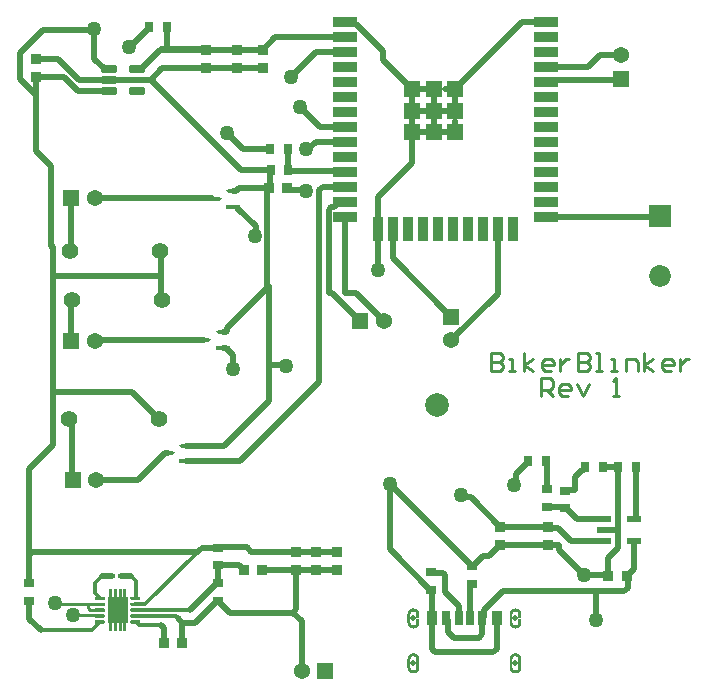
<source format=gtl>
G04*
G04 #@! TF.GenerationSoftware,Altium Limited,Altium Designer,20.1.14 (287)*
G04*
G04 Layer_Physical_Order=1*
G04 Layer_Color=255*
%FSLAX25Y25*%
%MOIN*%
G70*
G04*
G04 #@! TF.SameCoordinates,9BBB710E-F05C-4809-8D11-837B32203116*
G04*
G04*
G04 #@! TF.FilePolarity,Positive*
G04*
G01*
G75*
%ADD10C,0.00984*%
%ADD16C,0.01000*%
%ADD17R,0.01968X0.01181*%
%ADD18R,0.02756X0.03543*%
%ADD19R,0.04583X0.01322*%
G04:AMPARAMS|DCode=20|XSize=45.83mil|YSize=13.22mil|CornerRadius=6.61mil|HoleSize=0mil|Usage=FLASHONLY|Rotation=180.000|XOffset=0mil|YOffset=0mil|HoleType=Round|Shape=RoundedRectangle|*
%AMROUNDEDRECTD20*
21,1,0.04583,0.00000,0,0,180.0*
21,1,0.03260,0.01322,0,0,180.0*
1,1,0.01322,-0.01630,0.00000*
1,1,0.01322,0.01630,0.00000*
1,1,0.01322,0.01630,0.00000*
1,1,0.01322,-0.01630,0.00000*
%
%ADD20ROUNDEDRECTD20*%
G04:AMPARAMS|DCode=21|XSize=53.15mil|YSize=23.62mil|CornerRadius=2.95mil|HoleSize=0mil|Usage=FLASHONLY|Rotation=0.000|XOffset=0mil|YOffset=0mil|HoleType=Round|Shape=RoundedRectangle|*
%AMROUNDEDRECTD21*
21,1,0.05315,0.01772,0,0,0.0*
21,1,0.04724,0.02362,0,0,0.0*
1,1,0.00591,0.02362,-0.00886*
1,1,0.00591,-0.02362,-0.00886*
1,1,0.00591,-0.02362,0.00886*
1,1,0.00591,0.02362,0.00886*
%
%ADD21ROUNDEDRECTD21*%
%ADD22R,0.03347X0.03347*%
%ADD23R,0.05000X0.02200*%
%ADD24R,0.05236X0.05236*%
%ADD25R,0.07874X0.03543*%
%ADD26R,0.03543X0.07874*%
%ADD27R,0.01968X0.00787*%
%ADD28R,0.01968X0.01968*%
%ADD29R,0.03543X0.02756*%
%ADD30R,0.03543X0.04528*%
%ADD31R,0.03150X0.04528*%
%ADD32R,0.02756X0.04528*%
%ADD33R,0.00787X0.00787*%
%ADD34R,0.03347X0.03347*%
%ADD64C,0.01968*%
%ADD65C,0.01181*%
%ADD66C,0.07284*%
%ADD67R,0.07284X0.07284*%
%ADD68R,0.05386X0.05386*%
%ADD69C,0.05386*%
%ADD70R,0.05386X0.05386*%
%ADD71C,0.05512*%
%ADD72C,0.01181*%
%ADD73C,0.01575*%
%ADD74C,0.01968*%
%ADD75C,0.07874*%
%ADD76C,0.05000*%
G36*
X63087Y31484D02*
X63579D01*
Y23019D01*
X63087D01*
Y20263D01*
X62103D01*
Y23019D01*
X61513D01*
Y20263D01*
X60528D01*
Y23019D01*
X59938D01*
Y20263D01*
X58953D01*
Y23019D01*
X58363D01*
Y20263D01*
X57379D01*
Y23019D01*
X56887D01*
Y31484D01*
X57379D01*
Y34239D01*
X58363D01*
Y31484D01*
X58953D01*
Y34239D01*
X59938D01*
Y31484D01*
X60528D01*
Y34239D01*
X61513D01*
Y31484D01*
X62103D01*
Y34239D01*
X63087D01*
Y31484D01*
D02*
G37*
G36*
X67713Y30637D02*
X64918D01*
X64889Y30638D01*
X64860Y30640D01*
X64832Y30644D01*
X64803Y30649D01*
X64776Y30656D01*
X64748Y30664D01*
X64721Y30674D01*
X64694Y30685D01*
X64668Y30697D01*
X64643Y30711D01*
X64618Y30726D01*
X64594Y30742D01*
X64571Y30760D01*
X64549Y30779D01*
X64528Y30799D01*
X64508Y30819D01*
X64490Y30841D01*
X64472Y30864D01*
X64456Y30888D01*
X64441Y30913D01*
X64427Y30938D01*
X64415Y30964D01*
X64403Y30991D01*
X64394Y31018D01*
X64386Y31045D01*
X64379Y31074D01*
X64374Y31102D01*
X64370Y31131D01*
X64368Y31159D01*
X64367Y31188D01*
X64368Y31217D01*
X64370Y31246D01*
X64374Y31274D01*
X64379Y31303D01*
X64386Y31331D01*
X64394Y31359D01*
X64403Y31386D01*
X64415Y31412D01*
X64427Y31438D01*
X64441Y31464D01*
X64456Y31488D01*
X64472Y31512D01*
X64490Y31535D01*
X64508Y31557D01*
X64528Y31578D01*
X64549Y31598D01*
X64571Y31617D01*
X64594Y31634D01*
X64618Y31651D01*
X64643Y31666D01*
X64668Y31679D01*
X64694Y31692D01*
X64721Y31703D01*
X64748Y31712D01*
X64776Y31721D01*
X64803Y31727D01*
X64832Y31733D01*
X64860Y31736D01*
X64889Y31739D01*
X64918Y31739D01*
X67713D01*
Y30637D01*
D02*
G37*
G36*
X55577Y31739D02*
X55606Y31736D01*
X55634Y31733D01*
X55663Y31727D01*
X55691Y31721D01*
X55718Y31712D01*
X55746Y31703D01*
X55772Y31692D01*
X55798Y31679D01*
X55824Y31666D01*
X55848Y31651D01*
X55872Y31634D01*
X55895Y31617D01*
X55917Y31598D01*
X55938Y31578D01*
X55958Y31557D01*
X55976Y31535D01*
X55994Y31512D01*
X56010Y31488D01*
X56025Y31464D01*
X56039Y31438D01*
X56052Y31412D01*
X56063Y31386D01*
X56072Y31359D01*
X56080Y31331D01*
X56087Y31303D01*
X56092Y31274D01*
X56096Y31246D01*
X56099Y31217D01*
X56099Y31188D01*
X56099Y31159D01*
X56096Y31131D01*
X56092Y31102D01*
X56087Y31074D01*
X56080Y31045D01*
X56072Y31018D01*
X56063Y30991D01*
X56052Y30964D01*
X56039Y30938D01*
X56025Y30913D01*
X56010Y30888D01*
X55994Y30864D01*
X55976Y30841D01*
X55958Y30819D01*
X55938Y30799D01*
X55917Y30779D01*
X55895Y30760D01*
X55872Y30742D01*
X55848Y30726D01*
X55824Y30711D01*
X55798Y30697D01*
X55772Y30685D01*
X55746Y30674D01*
X55718Y30664D01*
X55691Y30656D01*
X55663Y30649D01*
X55634Y30644D01*
X55606Y30640D01*
X55577Y30638D01*
X55548Y30637D01*
X52753D01*
Y31739D01*
X55548D01*
X55577Y31739D01*
D02*
G37*
G36*
X67713Y28668D02*
X64918D01*
X64889Y28669D01*
X64860Y28672D01*
X64832Y28675D01*
X64803Y28681D01*
X64776Y28687D01*
X64748Y28695D01*
X64721Y28705D01*
X64694Y28716D01*
X64668Y28729D01*
X64643Y28742D01*
X64618Y28757D01*
X64594Y28774D01*
X64571Y28791D01*
X64549Y28810D01*
X64528Y28830D01*
X64508Y28851D01*
X64490Y28873D01*
X64472Y28896D01*
X64456Y28920D01*
X64441Y28944D01*
X64427Y28969D01*
X64415Y28995D01*
X64403Y29022D01*
X64394Y29049D01*
X64386Y29077D01*
X64379Y29105D01*
X64374Y29133D01*
X64370Y29162D01*
X64368Y29191D01*
X64367Y29220D01*
X64368Y29248D01*
X64370Y29277D01*
X64374Y29306D01*
X64379Y29334D01*
X64386Y29362D01*
X64394Y29390D01*
X64403Y29417D01*
X64415Y29444D01*
X64427Y29470D01*
X64441Y29495D01*
X64456Y29520D01*
X64472Y29544D01*
X64490Y29567D01*
X64508Y29588D01*
X64528Y29609D01*
X64549Y29629D01*
X64571Y29648D01*
X64594Y29666D01*
X64618Y29682D01*
X64643Y29697D01*
X64668Y29711D01*
X64694Y29723D01*
X64721Y29734D01*
X64748Y29744D01*
X64776Y29752D01*
X64803Y29759D01*
X64832Y29764D01*
X64860Y29768D01*
X64889Y29770D01*
X64918Y29771D01*
X67713D01*
Y28668D01*
D02*
G37*
G36*
X55577Y29770D02*
X55606Y29768D01*
X55634Y29764D01*
X55663Y29759D01*
X55691Y29752D01*
X55718Y29744D01*
X55746Y29734D01*
X55772Y29723D01*
X55798Y29711D01*
X55824Y29697D01*
X55848Y29682D01*
X55872Y29666D01*
X55895Y29648D01*
X55917Y29629D01*
X55938Y29609D01*
X55958Y29588D01*
X55976Y29567D01*
X55994Y29544D01*
X56010Y29520D01*
X56025Y29495D01*
X56039Y29470D01*
X56052Y29444D01*
X56063Y29417D01*
X56072Y29390D01*
X56080Y29362D01*
X56087Y29334D01*
X56092Y29306D01*
X56096Y29277D01*
X56099Y29248D01*
X56099Y29220D01*
X56099Y29191D01*
X56096Y29162D01*
X56092Y29133D01*
X56087Y29105D01*
X56080Y29077D01*
X56072Y29049D01*
X56063Y29022D01*
X56052Y28995D01*
X56039Y28969D01*
X56025Y28944D01*
X56010Y28920D01*
X55994Y28896D01*
X55976Y28873D01*
X55958Y28851D01*
X55938Y28830D01*
X55917Y28810D01*
X55895Y28791D01*
X55872Y28774D01*
X55848Y28757D01*
X55824Y28742D01*
X55798Y28729D01*
X55772Y28716D01*
X55746Y28705D01*
X55718Y28695D01*
X55691Y28687D01*
X55663Y28681D01*
X55634Y28675D01*
X55606Y28672D01*
X55577Y28669D01*
X55548Y28668D01*
X52753D01*
Y29771D01*
X55548D01*
X55577Y29770D01*
D02*
G37*
G36*
X67713Y26700D02*
X64918D01*
X64889Y26701D01*
X64860Y26703D01*
X64832Y26707D01*
X64803Y26712D01*
X64776Y26719D01*
X64748Y26727D01*
X64721Y26737D01*
X64694Y26748D01*
X64668Y26760D01*
X64643Y26774D01*
X64618Y26789D01*
X64594Y26805D01*
X64571Y26823D01*
X64549Y26842D01*
X64528Y26862D01*
X64508Y26882D01*
X64490Y26904D01*
X64472Y26927D01*
X64456Y26951D01*
X64441Y26976D01*
X64427Y27001D01*
X64415Y27027D01*
X64403Y27054D01*
X64394Y27081D01*
X64386Y27108D01*
X64379Y27137D01*
X64374Y27165D01*
X64370Y27194D01*
X64368Y27222D01*
X64367Y27251D01*
X64368Y27280D01*
X64370Y27309D01*
X64374Y27337D01*
X64379Y27366D01*
X64386Y27394D01*
X64394Y27422D01*
X64403Y27449D01*
X64415Y27475D01*
X64427Y27501D01*
X64441Y27527D01*
X64456Y27551D01*
X64472Y27575D01*
X64490Y27598D01*
X64508Y27620D01*
X64528Y27641D01*
X64549Y27661D01*
X64571Y27679D01*
X64594Y27697D01*
X64618Y27714D01*
X64643Y27729D01*
X64668Y27742D01*
X64694Y27755D01*
X64721Y27766D01*
X64748Y27775D01*
X64776Y27784D01*
X64803Y27790D01*
X64832Y27796D01*
X64860Y27799D01*
X64889Y27802D01*
X64918Y27802D01*
X67713D01*
Y26700D01*
D02*
G37*
G36*
X55577Y27802D02*
X55606Y27799D01*
X55634Y27796D01*
X55663Y27790D01*
X55691Y27784D01*
X55718Y27775D01*
X55746Y27766D01*
X55772Y27755D01*
X55798Y27742D01*
X55824Y27729D01*
X55848Y27714D01*
X55872Y27697D01*
X55895Y27679D01*
X55917Y27661D01*
X55938Y27641D01*
X55958Y27620D01*
X55976Y27598D01*
X55994Y27575D01*
X56010Y27551D01*
X56025Y27527D01*
X56039Y27501D01*
X56052Y27475D01*
X56063Y27449D01*
X56072Y27422D01*
X56080Y27394D01*
X56087Y27366D01*
X56092Y27337D01*
X56096Y27309D01*
X56099Y27280D01*
X56099Y27251D01*
X56099Y27222D01*
X56096Y27194D01*
X56092Y27165D01*
X56087Y27137D01*
X56080Y27108D01*
X56072Y27081D01*
X56063Y27054D01*
X56052Y27027D01*
X56039Y27001D01*
X56025Y26976D01*
X56010Y26951D01*
X55994Y26927D01*
X55976Y26904D01*
X55958Y26882D01*
X55938Y26862D01*
X55917Y26842D01*
X55895Y26823D01*
X55872Y26805D01*
X55848Y26789D01*
X55824Y26774D01*
X55798Y26760D01*
X55772Y26748D01*
X55746Y26737D01*
X55718Y26727D01*
X55691Y26719D01*
X55663Y26712D01*
X55634Y26707D01*
X55606Y26703D01*
X55577Y26701D01*
X55548Y26700D01*
X52753D01*
Y27802D01*
X55548D01*
X55577Y27802D01*
D02*
G37*
G36*
X67713Y24732D02*
X64918D01*
X64889Y24732D01*
X64860Y24735D01*
X64832Y24738D01*
X64803Y24744D01*
X64776Y24750D01*
X64748Y24758D01*
X64721Y24768D01*
X64694Y24779D01*
X64668Y24792D01*
X64643Y24805D01*
X64618Y24820D01*
X64594Y24837D01*
X64571Y24854D01*
X64549Y24873D01*
X64528Y24893D01*
X64508Y24914D01*
X64490Y24936D01*
X64472Y24959D01*
X64456Y24983D01*
X64441Y25007D01*
X64427Y25032D01*
X64415Y25058D01*
X64403Y25085D01*
X64394Y25112D01*
X64386Y25140D01*
X64379Y25168D01*
X64374Y25196D01*
X64370Y25225D01*
X64368Y25254D01*
X64367Y25283D01*
X64368Y25311D01*
X64370Y25340D01*
X64374Y25369D01*
X64379Y25397D01*
X64386Y25425D01*
X64394Y25453D01*
X64403Y25480D01*
X64415Y25507D01*
X64427Y25533D01*
X64441Y25558D01*
X64456Y25583D01*
X64472Y25607D01*
X64490Y25630D01*
X64508Y25651D01*
X64528Y25672D01*
X64549Y25692D01*
X64571Y25711D01*
X64594Y25729D01*
X64618Y25745D01*
X64643Y25760D01*
X64668Y25774D01*
X64694Y25786D01*
X64721Y25797D01*
X64748Y25807D01*
X64776Y25815D01*
X64803Y25822D01*
X64832Y25827D01*
X64860Y25831D01*
X64889Y25833D01*
X64918Y25834D01*
X67713D01*
Y24732D01*
D02*
G37*
G36*
X55577Y25833D02*
X55606Y25831D01*
X55634Y25827D01*
X55663Y25822D01*
X55691Y25815D01*
X55718Y25807D01*
X55746Y25797D01*
X55772Y25786D01*
X55798Y25774D01*
X55824Y25760D01*
X55848Y25745D01*
X55872Y25729D01*
X55895Y25711D01*
X55917Y25692D01*
X55938Y25672D01*
X55958Y25651D01*
X55976Y25630D01*
X55994Y25607D01*
X56010Y25583D01*
X56025Y25558D01*
X56039Y25533D01*
X56052Y25507D01*
X56063Y25480D01*
X56072Y25453D01*
X56080Y25425D01*
X56087Y25397D01*
X56092Y25369D01*
X56096Y25340D01*
X56099Y25311D01*
X56099Y25283D01*
X56099Y25254D01*
X56096Y25225D01*
X56092Y25196D01*
X56087Y25168D01*
X56080Y25140D01*
X56072Y25112D01*
X56063Y25085D01*
X56052Y25058D01*
X56039Y25032D01*
X56025Y25007D01*
X56010Y24983D01*
X55994Y24959D01*
X55976Y24936D01*
X55958Y24914D01*
X55938Y24893D01*
X55917Y24873D01*
X55895Y24854D01*
X55872Y24837D01*
X55848Y24820D01*
X55824Y24805D01*
X55798Y24792D01*
X55772Y24779D01*
X55746Y24768D01*
X55718Y24758D01*
X55691Y24750D01*
X55663Y24744D01*
X55634Y24738D01*
X55606Y24735D01*
X55577Y24732D01*
X55548Y24732D01*
X52753D01*
Y25834D01*
X55548D01*
X55577Y25833D01*
D02*
G37*
G36*
X192919Y27804D02*
X193022Y27796D01*
X193124Y27783D01*
X193225Y27764D01*
X193325Y27740D01*
X193424Y27711D01*
X193521Y27676D01*
X193616Y27637D01*
X193709Y27593D01*
X193800Y27543D01*
X193888Y27490D01*
X193973Y27431D01*
X194055Y27368D01*
X194133Y27301D01*
X194208Y27231D01*
X194279Y27156D01*
X194346Y27077D01*
X194408Y26996D01*
X194467Y26911D01*
X194520Y26823D01*
X194570Y26732D01*
X194614Y26639D01*
X194653Y26544D01*
X194688Y26447D01*
X194717Y26348D01*
X194741Y26248D01*
X194760Y26147D01*
X194773Y26044D01*
X194781Y25942D01*
X194784Y25839D01*
Y24461D01*
X193800D01*
Y25839D01*
X193799Y25890D01*
X193795Y25942D01*
X193788Y25993D01*
X193779Y26043D01*
X193766Y26093D01*
X193752Y26143D01*
X193735Y26191D01*
X193715Y26239D01*
X193693Y26285D01*
X193668Y26331D01*
X193641Y26375D01*
X193612Y26417D01*
X193581Y26458D01*
X193547Y26497D01*
X193512Y26535D01*
X193474Y26570D01*
X193435Y26603D01*
X193394Y26635D01*
X193352Y26664D01*
X193308Y26691D01*
X193263Y26716D01*
X193216Y26738D01*
X193168Y26757D01*
X193120Y26775D01*
X193070Y26789D01*
X193020Y26801D01*
X192970Y26811D01*
X192919Y26817D01*
X192867Y26822D01*
X192816Y26823D01*
X192764Y26822D01*
X192713Y26817D01*
X192662Y26811D01*
X192611Y26801D01*
X192561Y26789D01*
X192512Y26775D01*
X192463Y26757D01*
X192415Y26738D01*
X192369Y26716D01*
X192324Y26691D01*
X192280Y26664D01*
X192237Y26635D01*
X192196Y26603D01*
X192157Y26570D01*
X192120Y26535D01*
X192084Y26497D01*
X192051Y26458D01*
X192019Y26417D01*
X191990Y26375D01*
X191963Y26331D01*
X191939Y26285D01*
X191917Y26239D01*
X191897Y26191D01*
X191880Y26143D01*
X191865Y26093D01*
X191853Y26043D01*
X191844Y25993D01*
X191837Y25942D01*
X191833Y25890D01*
X191832Y25839D01*
Y23083D01*
X191833Y23031D01*
X191837Y22980D01*
X191844Y22929D01*
X191853Y22878D01*
X191865Y22828D01*
X191880Y22779D01*
X191897Y22730D01*
X191917Y22682D01*
X191939Y22636D01*
X191963Y22591D01*
X191990Y22547D01*
X192019Y22504D01*
X192051Y22463D01*
X192084Y22424D01*
X192120Y22387D01*
X192157Y22351D01*
X192196Y22318D01*
X192237Y22286D01*
X192280Y22257D01*
X192324Y22230D01*
X192369Y22206D01*
X192415Y22184D01*
X192463Y22164D01*
X192512Y22147D01*
X192561Y22132D01*
X192611Y22120D01*
X192662Y22110D01*
X192713Y22104D01*
X192764Y22100D01*
X192816Y22098D01*
X192867Y22100D01*
X192919Y22104D01*
X192970Y22110D01*
X193020Y22120D01*
X193070Y22132D01*
X193120Y22147D01*
X193168Y22164D01*
X193216Y22184D01*
X193263Y22206D01*
X193308Y22230D01*
X193352Y22257D01*
X193394Y22286D01*
X193435Y22318D01*
X193474Y22351D01*
X193512Y22387D01*
X193547Y22424D01*
X193581Y22463D01*
X193612Y22504D01*
X193641Y22547D01*
X193668Y22591D01*
X193693Y22636D01*
X193715Y22682D01*
X193735Y22730D01*
X193752Y22779D01*
X193766Y22828D01*
X193779Y22878D01*
X193788Y22929D01*
X193795Y22980D01*
X193799Y23031D01*
X193800Y23083D01*
Y24421D01*
X194784D01*
Y23083D01*
X194781Y22980D01*
X194773Y22877D01*
X194760Y22775D01*
X194741Y22673D01*
X194717Y22573D01*
X194688Y22474D01*
X194653Y22377D01*
X194614Y22282D01*
X194570Y22189D01*
X194520Y22098D01*
X194467Y22011D01*
X194408Y21926D01*
X194346Y21844D01*
X194279Y21766D01*
X194208Y21691D01*
X194133Y21620D01*
X194055Y21553D01*
X193973Y21490D01*
X193888Y21432D01*
X193800Y21378D01*
X193709Y21329D01*
X193616Y21284D01*
X193521Y21245D01*
X193424Y21211D01*
X193325Y21181D01*
X193225Y21157D01*
X193124Y21138D01*
X193022Y21125D01*
X192919Y21117D01*
X192816Y21114D01*
X192713Y21117D01*
X192610Y21125D01*
X192508Y21138D01*
X192406Y21157D01*
X192306Y21181D01*
X192207Y21211D01*
X192110Y21245D01*
X192015Y21284D01*
X191922Y21329D01*
X191832Y21378D01*
X191744Y21432D01*
X191659Y21490D01*
X191577Y21553D01*
X191499Y21620D01*
X191424Y21691D01*
X191353Y21766D01*
X191286Y21844D01*
X191223Y21926D01*
X191165Y22011D01*
X191111Y22098D01*
X191062Y22189D01*
X191017Y22282D01*
X190978Y22377D01*
X190944Y22474D01*
X190914Y22573D01*
X190890Y22673D01*
X190872Y22775D01*
X190858Y22877D01*
X190850Y22980D01*
X190847Y23083D01*
Y25839D01*
X190850Y25942D01*
X190858Y26044D01*
X190872Y26147D01*
X190890Y26248D01*
X190914Y26348D01*
X190944Y26447D01*
X190978Y26544D01*
X191017Y26639D01*
X191062Y26732D01*
X191111Y26823D01*
X191165Y26911D01*
X191223Y26996D01*
X191286Y27077D01*
X191353Y27156D01*
X191424Y27231D01*
X191499Y27301D01*
X191577Y27368D01*
X191659Y27431D01*
X191744Y27490D01*
X191832Y27543D01*
X191922Y27593D01*
X192015Y27637D01*
X192110Y27676D01*
X192207Y27711D01*
X192306Y27740D01*
X192406Y27764D01*
X192508Y27783D01*
X192610Y27796D01*
X192713Y27804D01*
X192816Y27807D01*
X192919Y27804D01*
D02*
G37*
G36*
X158903D02*
X159006Y27796D01*
X159108Y27783D01*
X159209Y27764D01*
X159309Y27740D01*
X159408Y27711D01*
X159505Y27676D01*
X159601Y27637D01*
X159694Y27593D01*
X159784Y27543D01*
X159872Y27490D01*
X159957Y27431D01*
X160039Y27368D01*
X160117Y27301D01*
X160192Y27231D01*
X160263Y27156D01*
X160330Y27077D01*
X160393Y26996D01*
X160451Y26911D01*
X160505Y26823D01*
X160554Y26732D01*
X160598Y26639D01*
X160638Y26544D01*
X160672Y26447D01*
X160701Y26348D01*
X160725Y26248D01*
X160744Y26147D01*
X160758Y26044D01*
X160766Y25942D01*
X160768Y25839D01*
Y24461D01*
X159784D01*
Y25839D01*
X159783Y25890D01*
X159779Y25942D01*
X159772Y25993D01*
X159763Y26043D01*
X159751Y26093D01*
X159736Y26143D01*
X159719Y26191D01*
X159699Y26239D01*
X159677Y26285D01*
X159652Y26331D01*
X159625Y26375D01*
X159596Y26417D01*
X159565Y26458D01*
X159531Y26497D01*
X159496Y26535D01*
X159459Y26570D01*
X159419Y26603D01*
X159379Y26635D01*
X159336Y26664D01*
X159292Y26691D01*
X159247Y26716D01*
X159200Y26738D01*
X159153Y26757D01*
X159104Y26775D01*
X159055Y26789D01*
X159005Y26801D01*
X158954Y26811D01*
X158903Y26817D01*
X158852Y26822D01*
X158800Y26823D01*
X158748Y26822D01*
X158697Y26817D01*
X158646Y26811D01*
X158595Y26801D01*
X158545Y26789D01*
X158496Y26775D01*
X158447Y26757D01*
X158400Y26738D01*
X158353Y26716D01*
X158308Y26691D01*
X158264Y26664D01*
X158221Y26635D01*
X158181Y26603D01*
X158141Y26570D01*
X158104Y26535D01*
X158069Y26497D01*
X158035Y26458D01*
X158004Y26417D01*
X157975Y26375D01*
X157948Y26331D01*
X157923Y26285D01*
X157901Y26239D01*
X157881Y26191D01*
X157864Y26143D01*
X157849Y26093D01*
X157837Y26043D01*
X157828Y25993D01*
X157821Y25942D01*
X157817Y25890D01*
X157816Y25839D01*
Y23083D01*
X157817Y23031D01*
X157821Y22980D01*
X157828Y22929D01*
X157837Y22878D01*
X157849Y22828D01*
X157864Y22779D01*
X157881Y22730D01*
X157901Y22682D01*
X157923Y22636D01*
X157948Y22591D01*
X157975Y22547D01*
X158004Y22504D01*
X158035Y22463D01*
X158069Y22424D01*
X158104Y22387D01*
X158141Y22351D01*
X158181Y22318D01*
X158221Y22286D01*
X158264Y22257D01*
X158308Y22230D01*
X158353Y22206D01*
X158400Y22184D01*
X158447Y22164D01*
X158496Y22147D01*
X158545Y22132D01*
X158595Y22120D01*
X158646Y22110D01*
X158697Y22104D01*
X158748Y22100D01*
X158800Y22098D01*
X158852Y22100D01*
X158903Y22104D01*
X158954Y22110D01*
X159005Y22120D01*
X159055Y22132D01*
X159104Y22147D01*
X159153Y22164D01*
X159200Y22184D01*
X159247Y22206D01*
X159292Y22230D01*
X159336Y22257D01*
X159379Y22286D01*
X159419Y22318D01*
X159459Y22351D01*
X159496Y22387D01*
X159531Y22424D01*
X159565Y22463D01*
X159596Y22504D01*
X159625Y22547D01*
X159652Y22591D01*
X159677Y22636D01*
X159699Y22682D01*
X159719Y22730D01*
X159736Y22779D01*
X159751Y22828D01*
X159763Y22878D01*
X159772Y22929D01*
X159779Y22980D01*
X159783Y23031D01*
X159784Y23083D01*
Y24421D01*
X160768D01*
Y23083D01*
X160766Y22980D01*
X160758Y22877D01*
X160744Y22775D01*
X160725Y22673D01*
X160701Y22573D01*
X160672Y22474D01*
X160638Y22377D01*
X160598Y22282D01*
X160554Y22189D01*
X160505Y22098D01*
X160451Y22011D01*
X160393Y21926D01*
X160330Y21844D01*
X160263Y21766D01*
X160192Y21691D01*
X160117Y21620D01*
X160039Y21553D01*
X159957Y21490D01*
X159872Y21432D01*
X159784Y21378D01*
X159694Y21329D01*
X159601Y21284D01*
X159505Y21245D01*
X159408Y21211D01*
X159309Y21181D01*
X159209Y21157D01*
X159108Y21138D01*
X159006Y21125D01*
X158903Y21117D01*
X158800Y21114D01*
X158697Y21117D01*
X158594Y21125D01*
X158492Y21138D01*
X158391Y21157D01*
X158291Y21181D01*
X158192Y21211D01*
X158095Y21245D01*
X157999Y21284D01*
X157906Y21329D01*
X157816Y21378D01*
X157728Y21432D01*
X157643Y21490D01*
X157561Y21553D01*
X157483Y21620D01*
X157408Y21691D01*
X157337Y21766D01*
X157270Y21844D01*
X157207Y21926D01*
X157149Y22011D01*
X157095Y22098D01*
X157046Y22189D01*
X157002Y22282D01*
X156962Y22377D01*
X156928Y22474D01*
X156899Y22573D01*
X156875Y22673D01*
X156856Y22775D01*
X156842Y22877D01*
X156834Y22980D01*
X156832Y23083D01*
Y25839D01*
X156834Y25942D01*
X156842Y26044D01*
X156856Y26147D01*
X156875Y26248D01*
X156899Y26348D01*
X156928Y26447D01*
X156962Y26544D01*
X157002Y26639D01*
X157046Y26732D01*
X157095Y26823D01*
X157149Y26911D01*
X157207Y26996D01*
X157270Y27077D01*
X157337Y27156D01*
X157408Y27231D01*
X157483Y27301D01*
X157561Y27368D01*
X157643Y27431D01*
X157728Y27490D01*
X157816Y27543D01*
X157906Y27593D01*
X157999Y27637D01*
X158095Y27676D01*
X158192Y27711D01*
X158291Y27740D01*
X158391Y27764D01*
X158492Y27783D01*
X158594Y27796D01*
X158697Y27804D01*
X158800Y27807D01*
X158903Y27804D01*
D02*
G37*
G36*
X67713Y22763D02*
X64918D01*
X64889Y22764D01*
X64860Y22766D01*
X64832Y22770D01*
X64803Y22775D01*
X64776Y22782D01*
X64748Y22790D01*
X64721Y22800D01*
X64694Y22811D01*
X64668Y22823D01*
X64643Y22837D01*
X64618Y22852D01*
X64594Y22868D01*
X64571Y22886D01*
X64549Y22905D01*
X64528Y22924D01*
X64508Y22945D01*
X64490Y22967D01*
X64472Y22990D01*
X64456Y23014D01*
X64441Y23039D01*
X64427Y23064D01*
X64415Y23090D01*
X64403Y23117D01*
X64394Y23144D01*
X64386Y23171D01*
X64379Y23200D01*
X64374Y23228D01*
X64370Y23257D01*
X64368Y23285D01*
X64367Y23314D01*
X64368Y23343D01*
X64370Y23372D01*
X64374Y23400D01*
X64379Y23429D01*
X64386Y23457D01*
X64394Y23484D01*
X64403Y23512D01*
X64415Y23538D01*
X64427Y23564D01*
X64441Y23590D01*
X64456Y23614D01*
X64472Y23638D01*
X64490Y23661D01*
X64508Y23683D01*
X64528Y23704D01*
X64549Y23724D01*
X64571Y23742D01*
X64594Y23760D01*
X64618Y23776D01*
X64643Y23791D01*
X64668Y23805D01*
X64694Y23818D01*
X64721Y23829D01*
X64748Y23838D01*
X64776Y23847D01*
X64803Y23853D01*
X64832Y23859D01*
X64860Y23862D01*
X64889Y23865D01*
X64918Y23865D01*
X67713D01*
Y22763D01*
D02*
G37*
G36*
X55577Y23865D02*
X55606Y23862D01*
X55634Y23859D01*
X55663Y23853D01*
X55691Y23847D01*
X55718Y23838D01*
X55746Y23829D01*
X55772Y23818D01*
X55798Y23805D01*
X55824Y23791D01*
X55848Y23776D01*
X55872Y23760D01*
X55895Y23742D01*
X55917Y23724D01*
X55938Y23704D01*
X55958Y23683D01*
X55976Y23661D01*
X55994Y23638D01*
X56010Y23614D01*
X56025Y23590D01*
X56039Y23564D01*
X56052Y23538D01*
X56063Y23512D01*
X56072Y23484D01*
X56080Y23457D01*
X56087Y23429D01*
X56092Y23400D01*
X56096Y23372D01*
X56099Y23343D01*
X56099Y23314D01*
X56099Y23285D01*
X56096Y23257D01*
X56092Y23228D01*
X56087Y23200D01*
X56080Y23171D01*
X56072Y23144D01*
X56063Y23117D01*
X56052Y23090D01*
X56039Y23064D01*
X56025Y23039D01*
X56010Y23014D01*
X55994Y22990D01*
X55976Y22967D01*
X55958Y22945D01*
X55938Y22924D01*
X55917Y22905D01*
X55895Y22886D01*
X55872Y22868D01*
X55848Y22852D01*
X55824Y22837D01*
X55798Y22823D01*
X55772Y22811D01*
X55746Y22800D01*
X55718Y22790D01*
X55691Y22782D01*
X55663Y22775D01*
X55634Y22770D01*
X55606Y22766D01*
X55577Y22764D01*
X55548Y22763D01*
X52753D01*
Y23865D01*
X55548D01*
X55577Y23865D01*
D02*
G37*
G36*
X192919Y12844D02*
X193022Y12836D01*
X193124Y12822D01*
X193225Y12803D01*
X193325Y12779D01*
X193424Y12750D01*
X193521Y12716D01*
X193616Y12676D01*
X193709Y12632D01*
X193800Y12583D01*
X193888Y12529D01*
X193973Y12471D01*
X194055Y12408D01*
X194133Y12341D01*
X194208Y12270D01*
X194279Y12195D01*
X194346Y12117D01*
X194408Y12035D01*
X194467Y11950D01*
X194520Y11862D01*
X194570Y11772D01*
X194614Y11679D01*
X194653Y11583D01*
X194688Y11486D01*
X194717Y11387D01*
X194741Y11287D01*
X194760Y11186D01*
X194773Y11084D01*
X194781Y10981D01*
X194784Y10878D01*
Y9500D01*
X193800D01*
Y10878D01*
X193799Y10930D01*
X193795Y10981D01*
X193788Y11032D01*
X193779Y11083D01*
X193766Y11133D01*
X193752Y11182D01*
X193735Y11231D01*
X193715Y11278D01*
X193693Y11325D01*
X193668Y11370D01*
X193641Y11414D01*
X193612Y11456D01*
X193581Y11497D01*
X193547Y11536D01*
X193512Y11574D01*
X193474Y11609D01*
X193435Y11643D01*
X193394Y11674D01*
X193352Y11703D01*
X193308Y11730D01*
X193263Y11755D01*
X193216Y11777D01*
X193168Y11797D01*
X193120Y11814D01*
X193070Y11829D01*
X193020Y11841D01*
X192970Y11850D01*
X192919Y11857D01*
X192867Y11861D01*
X192816Y11862D01*
X192764Y11861D01*
X192713Y11857D01*
X192662Y11850D01*
X192611Y11841D01*
X192561Y11829D01*
X192512Y11814D01*
X192463Y11797D01*
X192415Y11777D01*
X192369Y11755D01*
X192324Y11730D01*
X192280Y11703D01*
X192237Y11674D01*
X192196Y11643D01*
X192157Y11609D01*
X192120Y11574D01*
X192084Y11536D01*
X192051Y11497D01*
X192019Y11456D01*
X191990Y11414D01*
X191963Y11370D01*
X191939Y11325D01*
X191917Y11278D01*
X191897Y11231D01*
X191880Y11182D01*
X191865Y11133D01*
X191853Y11083D01*
X191844Y11032D01*
X191837Y10981D01*
X191833Y10930D01*
X191832Y10878D01*
Y8122D01*
X191833Y8071D01*
X191837Y8019D01*
X191844Y7968D01*
X191853Y7917D01*
X191865Y7867D01*
X191880Y7818D01*
X191897Y7769D01*
X191917Y7722D01*
X191939Y7675D01*
X191963Y7630D01*
X191990Y7586D01*
X192019Y7543D01*
X192051Y7503D01*
X192084Y7463D01*
X192120Y7426D01*
X192157Y7391D01*
X192196Y7357D01*
X192237Y7326D01*
X192280Y7297D01*
X192324Y7270D01*
X192369Y7245D01*
X192415Y7223D01*
X192463Y7203D01*
X192512Y7186D01*
X192561Y7171D01*
X192611Y7159D01*
X192662Y7150D01*
X192713Y7143D01*
X192764Y7139D01*
X192816Y7138D01*
X192867Y7139D01*
X192919Y7143D01*
X192970Y7150D01*
X193020Y7159D01*
X193070Y7171D01*
X193120Y7186D01*
X193168Y7203D01*
X193216Y7223D01*
X193263Y7245D01*
X193308Y7270D01*
X193352Y7297D01*
X193394Y7326D01*
X193435Y7357D01*
X193474Y7391D01*
X193512Y7426D01*
X193547Y7463D01*
X193581Y7503D01*
X193612Y7543D01*
X193641Y7586D01*
X193668Y7630D01*
X193693Y7675D01*
X193715Y7722D01*
X193735Y7769D01*
X193752Y7818D01*
X193766Y7867D01*
X193779Y7917D01*
X193788Y7968D01*
X193795Y8019D01*
X193799Y8071D01*
X193800Y8122D01*
Y9461D01*
X194784D01*
Y8122D01*
X194781Y8019D01*
X194773Y7916D01*
X194760Y7814D01*
X194741Y7713D01*
X194717Y7613D01*
X194688Y7514D01*
X194653Y7417D01*
X194614Y7321D01*
X194570Y7228D01*
X194520Y7138D01*
X194467Y7050D01*
X194408Y6965D01*
X194346Y6883D01*
X194279Y6805D01*
X194208Y6730D01*
X194133Y6659D01*
X194055Y6592D01*
X193973Y6530D01*
X193888Y6471D01*
X193800Y6417D01*
X193709Y6368D01*
X193616Y6324D01*
X193521Y6284D01*
X193424Y6250D01*
X193325Y6221D01*
X193225Y6197D01*
X193124Y6178D01*
X193022Y6164D01*
X192919Y6156D01*
X192816Y6154D01*
X192713Y6156D01*
X192610Y6164D01*
X192508Y6178D01*
X192406Y6197D01*
X192306Y6221D01*
X192207Y6250D01*
X192110Y6284D01*
X192015Y6324D01*
X191922Y6368D01*
X191832Y6417D01*
X191744Y6471D01*
X191659Y6530D01*
X191577Y6592D01*
X191499Y6659D01*
X191424Y6730D01*
X191353Y6805D01*
X191286Y6883D01*
X191223Y6965D01*
X191165Y7050D01*
X191111Y7138D01*
X191062Y7228D01*
X191017Y7321D01*
X190978Y7417D01*
X190944Y7514D01*
X190914Y7613D01*
X190890Y7713D01*
X190872Y7814D01*
X190858Y7916D01*
X190850Y8019D01*
X190847Y8122D01*
Y10878D01*
X190850Y10981D01*
X190858Y11084D01*
X190872Y11186D01*
X190890Y11287D01*
X190914Y11387D01*
X190944Y11486D01*
X190978Y11583D01*
X191017Y11679D01*
X191062Y11772D01*
X191111Y11862D01*
X191165Y11950D01*
X191223Y12035D01*
X191286Y12117D01*
X191353Y12195D01*
X191424Y12270D01*
X191499Y12341D01*
X191577Y12408D01*
X191659Y12471D01*
X191744Y12529D01*
X191832Y12583D01*
X191922Y12632D01*
X192015Y12676D01*
X192110Y12716D01*
X192207Y12750D01*
X192306Y12779D01*
X192406Y12803D01*
X192508Y12822D01*
X192610Y12836D01*
X192713Y12844D01*
X192816Y12846D01*
X192919Y12844D01*
D02*
G37*
G36*
X158903D02*
X159006Y12836D01*
X159108Y12822D01*
X159209Y12803D01*
X159309Y12779D01*
X159408Y12750D01*
X159505Y12716D01*
X159601Y12676D01*
X159694Y12632D01*
X159784Y12583D01*
X159872Y12529D01*
X159957Y12471D01*
X160039Y12408D01*
X160117Y12341D01*
X160192Y12270D01*
X160263Y12195D01*
X160330Y12117D01*
X160393Y12035D01*
X160451Y11950D01*
X160505Y11862D01*
X160554Y11772D01*
X160598Y11679D01*
X160638Y11583D01*
X160672Y11486D01*
X160701Y11387D01*
X160725Y11287D01*
X160744Y11186D01*
X160758Y11084D01*
X160766Y10981D01*
X160768Y10878D01*
Y9500D01*
X159784D01*
Y10878D01*
X159783Y10930D01*
X159779Y10981D01*
X159772Y11032D01*
X159763Y11083D01*
X159751Y11133D01*
X159736Y11182D01*
X159719Y11231D01*
X159699Y11278D01*
X159677Y11325D01*
X159652Y11370D01*
X159625Y11414D01*
X159596Y11456D01*
X159565Y11497D01*
X159531Y11536D01*
X159496Y11574D01*
X159459Y11609D01*
X159419Y11643D01*
X159379Y11674D01*
X159336Y11703D01*
X159292Y11730D01*
X159247Y11755D01*
X159200Y11777D01*
X159153Y11797D01*
X159104Y11814D01*
X159055Y11829D01*
X159005Y11841D01*
X158954Y11850D01*
X158903Y11857D01*
X158852Y11861D01*
X158800Y11862D01*
X158748Y11861D01*
X158697Y11857D01*
X158646Y11850D01*
X158595Y11841D01*
X158545Y11829D01*
X158496Y11814D01*
X158447Y11797D01*
X158400Y11777D01*
X158353Y11755D01*
X158308Y11730D01*
X158264Y11703D01*
X158221Y11674D01*
X158181Y11643D01*
X158141Y11609D01*
X158104Y11574D01*
X158069Y11536D01*
X158035Y11497D01*
X158004Y11456D01*
X157975Y11414D01*
X157948Y11370D01*
X157923Y11325D01*
X157901Y11278D01*
X157881Y11231D01*
X157864Y11182D01*
X157849Y11133D01*
X157837Y11083D01*
X157828Y11032D01*
X157821Y10981D01*
X157817Y10930D01*
X157816Y10878D01*
Y8122D01*
X157817Y8071D01*
X157821Y8019D01*
X157828Y7968D01*
X157837Y7917D01*
X157849Y7867D01*
X157864Y7818D01*
X157881Y7769D01*
X157901Y7722D01*
X157923Y7675D01*
X157948Y7630D01*
X157975Y7586D01*
X158004Y7543D01*
X158035Y7503D01*
X158069Y7463D01*
X158104Y7426D01*
X158141Y7391D01*
X158181Y7357D01*
X158221Y7326D01*
X158264Y7297D01*
X158308Y7270D01*
X158353Y7245D01*
X158400Y7223D01*
X158447Y7203D01*
X158496Y7186D01*
X158545Y7171D01*
X158595Y7159D01*
X158646Y7150D01*
X158697Y7143D01*
X158748Y7139D01*
X158800Y7138D01*
X158852Y7139D01*
X158903Y7143D01*
X158954Y7150D01*
X159005Y7159D01*
X159055Y7171D01*
X159104Y7186D01*
X159153Y7203D01*
X159200Y7223D01*
X159247Y7245D01*
X159292Y7270D01*
X159336Y7297D01*
X159379Y7326D01*
X159419Y7357D01*
X159459Y7391D01*
X159496Y7426D01*
X159531Y7463D01*
X159565Y7503D01*
X159596Y7543D01*
X159625Y7586D01*
X159652Y7630D01*
X159677Y7675D01*
X159699Y7722D01*
X159719Y7769D01*
X159736Y7818D01*
X159751Y7867D01*
X159763Y7917D01*
X159772Y7968D01*
X159779Y8019D01*
X159783Y8071D01*
X159784Y8122D01*
Y9461D01*
X160768D01*
Y8122D01*
X160766Y8019D01*
X160758Y7916D01*
X160744Y7814D01*
X160725Y7713D01*
X160701Y7613D01*
X160672Y7514D01*
X160638Y7417D01*
X160598Y7321D01*
X160554Y7228D01*
X160505Y7138D01*
X160451Y7050D01*
X160393Y6965D01*
X160330Y6883D01*
X160263Y6805D01*
X160192Y6730D01*
X160117Y6659D01*
X160039Y6592D01*
X159957Y6530D01*
X159872Y6471D01*
X159784Y6417D01*
X159694Y6368D01*
X159601Y6324D01*
X159505Y6284D01*
X159408Y6250D01*
X159309Y6221D01*
X159209Y6197D01*
X159108Y6178D01*
X159006Y6164D01*
X158903Y6156D01*
X158800Y6154D01*
X158697Y6156D01*
X158594Y6164D01*
X158492Y6178D01*
X158391Y6197D01*
X158291Y6221D01*
X158192Y6250D01*
X158095Y6284D01*
X157999Y6324D01*
X157906Y6368D01*
X157816Y6417D01*
X157728Y6471D01*
X157643Y6530D01*
X157561Y6592D01*
X157483Y6659D01*
X157408Y6730D01*
X157337Y6805D01*
X157270Y6883D01*
X157207Y6965D01*
X157149Y7050D01*
X157095Y7138D01*
X157046Y7228D01*
X157002Y7321D01*
X156962Y7417D01*
X156928Y7514D01*
X156899Y7613D01*
X156875Y7713D01*
X156856Y7814D01*
X156842Y7916D01*
X156834Y8019D01*
X156832Y8122D01*
Y10878D01*
X156834Y10981D01*
X156842Y11084D01*
X156856Y11186D01*
X156875Y11287D01*
X156899Y11387D01*
X156928Y11486D01*
X156962Y11583D01*
X157002Y11679D01*
X157046Y11772D01*
X157095Y11862D01*
X157149Y11950D01*
X157207Y12035D01*
X157270Y12117D01*
X157337Y12195D01*
X157408Y12270D01*
X157483Y12341D01*
X157561Y12408D01*
X157643Y12471D01*
X157728Y12529D01*
X157816Y12583D01*
X157906Y12632D01*
X157999Y12676D01*
X158095Y12716D01*
X158192Y12750D01*
X158291Y12779D01*
X158391Y12803D01*
X158492Y12822D01*
X158594Y12836D01*
X158697Y12844D01*
X158800Y12846D01*
X158903Y12844D01*
D02*
G37*
D10*
X54327Y25381D02*
X54426Y25283D01*
X53934Y25381D02*
X54327D01*
X53845Y25470D02*
X53934Y25381D01*
X53845Y25470D02*
Y25520D01*
X45465D02*
X53845D01*
X50265Y27796D02*
X50841Y27220D01*
X54395D02*
X54426Y27251D01*
X50265Y27796D02*
Y29220D01*
X50841Y27220D02*
X54395D01*
X50265Y29220D02*
X54426D01*
X39765D02*
X50265D01*
D16*
X201404Y98600D02*
Y104598D01*
X204403D01*
X205403Y103598D01*
Y101599D01*
X204403Y100599D01*
X201404D01*
X203404D02*
X205403Y98600D01*
X210401D02*
X208402D01*
X207402Y99600D01*
Y101599D01*
X208402Y102599D01*
X210401D01*
X211401Y101599D01*
Y100599D01*
X207402D01*
X213400Y102599D02*
X215400Y98600D01*
X217399Y102599D01*
X225396Y98600D02*
X227396D01*
X226396D01*
Y104598D01*
X225396Y103598D01*
X184600Y113098D02*
Y107100D01*
X187599D01*
X188599Y108100D01*
Y109099D01*
X187599Y110099D01*
X184600D01*
X187599D01*
X188599Y111099D01*
Y112098D01*
X187599Y113098D01*
X184600D01*
X190598Y107100D02*
X192597D01*
X191598D01*
Y111099D01*
X190598D01*
X195596Y107100D02*
Y113098D01*
Y109099D02*
X198595Y111099D01*
X195596Y109099D02*
X198595Y107100D01*
X204593D02*
X202594D01*
X201594Y108100D01*
Y110099D01*
X202594Y111099D01*
X204593D01*
X205593Y110099D01*
Y109099D01*
X201594D01*
X207593Y111099D02*
Y107100D01*
Y109099D01*
X208592Y110099D01*
X209592Y111099D01*
X210592D01*
X213591Y113098D02*
Y107100D01*
X216590D01*
X217589Y108100D01*
Y109099D01*
X216590Y110099D01*
X213591D01*
X216590D01*
X217589Y111099D01*
Y112098D01*
X216590Y113098D01*
X213591D01*
X219589Y107100D02*
X221588D01*
X220588D01*
Y113098D01*
X219589D01*
X224587Y107100D02*
X226586D01*
X225587D01*
Y111099D01*
X224587D01*
X229585Y107100D02*
Y111099D01*
X232585D01*
X233584Y110099D01*
Y107100D01*
X235583D02*
Y113098D01*
Y109099D02*
X238582Y111099D01*
X235583Y109099D02*
X238582Y107100D01*
X244581D02*
X242581D01*
X241582Y108100D01*
Y110099D01*
X242581Y111099D01*
X244581D01*
X245580Y110099D01*
Y109099D01*
X241582D01*
X247580Y111099D02*
Y107100D01*
Y109099D01*
X248579Y110099D01*
X249579Y111099D01*
X250579D01*
D17*
X58465Y38620D02*
D03*
X61221D02*
D03*
D18*
X215947Y74900D02*
D03*
X221853D02*
D03*
X197047Y77000D02*
D03*
X202953D02*
D03*
X111200Y173900D02*
D03*
X117105D02*
D03*
X117006Y180900D02*
D03*
X111100D02*
D03*
X70647Y221600D02*
D03*
X76553D02*
D03*
X227147Y75100D02*
D03*
X233053D02*
D03*
D19*
X82932Y76941D02*
D03*
X98732Y161741D02*
D03*
X95232Y114741D02*
D03*
D20*
X82932Y82059D02*
D03*
X76868Y79500D02*
D03*
X92668Y164300D02*
D03*
X98732Y166859D02*
D03*
X95232Y119859D02*
D03*
X89168Y117300D02*
D03*
D21*
X66665Y207740D02*
D03*
Y200260D02*
D03*
X57335D02*
D03*
Y204000D02*
D03*
Y207740D02*
D03*
D22*
X133465Y40468D02*
D03*
Y46571D02*
D03*
X33100Y204949D02*
D03*
Y211051D02*
D03*
X126265Y40617D02*
D03*
Y46720D02*
D03*
X100100Y214102D02*
D03*
Y208000D02*
D03*
X108600Y214102D02*
D03*
Y208000D02*
D03*
X187800Y55051D02*
D03*
Y48949D02*
D03*
X89600Y214051D02*
D03*
Y207949D02*
D03*
X119765Y46771D02*
D03*
Y40668D02*
D03*
X203800Y48949D02*
D03*
Y55051D02*
D03*
D23*
X232400Y57700D02*
D03*
Y50300D02*
D03*
X222200D02*
D03*
Y54000D02*
D03*
Y57700D02*
D03*
D24*
X172800Y186551D02*
D03*
X165576D02*
D03*
X158351D02*
D03*
X172800Y193776D02*
D03*
X165576D02*
D03*
X158351D02*
D03*
X172800Y201000D02*
D03*
X165576D02*
D03*
X158351D02*
D03*
D25*
X202977Y223303D02*
D03*
Y218303D02*
D03*
Y213303D02*
D03*
Y208303D02*
D03*
Y203303D02*
D03*
Y198303D02*
D03*
Y193303D02*
D03*
Y188303D02*
D03*
Y183303D02*
D03*
Y178303D02*
D03*
Y173303D02*
D03*
Y168303D02*
D03*
Y163303D02*
D03*
Y158303D02*
D03*
X136048D02*
D03*
Y163303D02*
D03*
Y168303D02*
D03*
Y173303D02*
D03*
Y178303D02*
D03*
Y183303D02*
D03*
Y188303D02*
D03*
Y193303D02*
D03*
Y198303D02*
D03*
Y203303D02*
D03*
Y208303D02*
D03*
Y213303D02*
D03*
Y218303D02*
D03*
Y223303D02*
D03*
D26*
X192013Y154366D02*
D03*
X187013D02*
D03*
X182013D02*
D03*
X177013D02*
D03*
X172013D02*
D03*
X167013D02*
D03*
X162013D02*
D03*
X157013D02*
D03*
X152013D02*
D03*
X147013D02*
D03*
D27*
X54426Y31188D02*
D03*
Y29220D02*
D03*
Y27251D02*
D03*
Y25283D02*
D03*
Y23314D02*
D03*
X66040D02*
D03*
Y25283D02*
D03*
Y27251D02*
D03*
Y29220D02*
D03*
Y31188D02*
D03*
D28*
X60233Y27251D02*
D03*
D29*
X178300Y36047D02*
D03*
Y41953D02*
D03*
X164800Y39953D02*
D03*
Y34047D02*
D03*
X209400Y61147D02*
D03*
Y67053D02*
D03*
X203300Y67453D02*
D03*
Y61547D02*
D03*
X30765Y30267D02*
D03*
Y36172D02*
D03*
X93765Y30220D02*
D03*
Y36125D02*
D03*
X93765Y42172D02*
D03*
Y48078D02*
D03*
D30*
X186635Y24461D02*
D03*
X164981D02*
D03*
D31*
X181792D02*
D03*
X169824D02*
D03*
D32*
X173839D02*
D03*
X177776D02*
D03*
D33*
X191339Y9500D02*
D03*
X157324D02*
D03*
X191339Y24461D02*
D03*
X157324D02*
D03*
D34*
X110649Y167800D02*
D03*
X116751D02*
D03*
X223749Y38500D02*
D03*
X229851D02*
D03*
X102213Y40720D02*
D03*
X108316D02*
D03*
X75713Y16220D02*
D03*
X81816D02*
D03*
D64*
X197047Y76606D02*
Y77000D01*
X193080Y72639D02*
X197047Y76606D01*
X193080Y69580D02*
Y72639D01*
X192500Y69000D02*
X193080Y69580D01*
X104765Y46720D02*
X126265D01*
X31918D02*
X86858D01*
X209400Y67053D02*
X209794Y67447D01*
X212794D01*
X212800Y67453D01*
X209400Y61147D02*
X209794D01*
X209006D02*
X209400D01*
X209794D02*
X213241Y57700D01*
X203300Y61547D02*
X208606D01*
X209006Y61147D01*
X212800Y67453D02*
Y71753D01*
X215160Y74113D01*
X215553D01*
X215947Y74506D01*
Y74900D01*
X227047Y75000D02*
X227147Y75100D01*
X221953Y75000D02*
X227047D01*
X221853Y74900D02*
X221953Y75000D01*
X164935Y14353D02*
Y24507D01*
X119765Y40617D02*
X126265D01*
X119076Y40720D02*
X119471Y40324D01*
X202953Y77000D02*
X203300Y76653D01*
X227147Y53900D02*
Y75100D01*
X203300Y67453D02*
Y76653D01*
X192500Y69000D02*
Y69820D01*
X215700Y38900D02*
X223349D01*
X223749Y38500D01*
X207351Y47249D02*
X215700Y38900D01*
X187013Y132639D02*
Y154366D01*
X171500Y117126D02*
X187013Y132639D01*
X152013Y144487D02*
Y154366D01*
Y144487D02*
X171500Y125000D01*
X139602Y133000D02*
X148937Y123665D01*
X136000Y133000D02*
X139602D01*
X131755Y132973D02*
X141063Y123665D01*
X130527Y132973D02*
X131755D01*
X38747Y100000D02*
Y129000D01*
Y82394D02*
Y100000D01*
X65000D02*
X74000Y91000D01*
X38747Y100000D02*
X65000D01*
X44000Y91000D02*
X45158Y89842D01*
Y70570D02*
Y89842D01*
X74750Y138750D02*
Y146750D01*
Y130750D02*
Y138750D01*
X38597Y138650D02*
Y148150D01*
Y129150D02*
Y138650D01*
X38697Y138750D02*
X74750D01*
X38597Y138650D02*
X38697Y138750D01*
X74500Y147000D02*
X74750Y146750D01*
Y130750D02*
X75000Y130500D01*
X147013Y140500D02*
Y154366D01*
Y165055D01*
X136000Y133000D02*
X136048Y133048D01*
Y158303D01*
X130527Y132973D02*
Y160731D01*
X131455Y161659D02*
X132239D01*
X130527Y160731D02*
X131455Y161659D01*
X133883Y163303D02*
X136048D01*
X132239Y161659D02*
X133883Y163303D01*
X101141Y76941D02*
X127500Y103300D01*
X128653Y168303D02*
X136048D01*
X127500Y167150D02*
X128653Y168303D01*
X127500Y103300D02*
Y167150D01*
X116751Y167800D02*
X117001Y168050D01*
X122600Y167400D02*
X123000Y167000D01*
X117151Y167400D02*
X122600D01*
X202977Y158303D02*
X240803D01*
X241000Y158500D01*
X30765Y74411D02*
X38747Y82394D01*
X30765Y45567D02*
Y74411D01*
X118611Y26420D02*
X121563Y23468D01*
Y6835D02*
Y23468D01*
X30765Y24373D02*
X34618Y20520D01*
X169188Y201000D02*
X172800D01*
X161963D02*
X165576D01*
X158351D02*
X161963D01*
Y193776D02*
X165576D01*
X158351D02*
X161963D01*
X158351Y190163D02*
Y193776D01*
Y186551D02*
Y190163D01*
Y197388D02*
Y201000D01*
Y193776D02*
Y197388D01*
X169188Y193776D02*
X172800D01*
X165576D02*
X169188D01*
X165576Y197388D02*
Y201000D01*
Y193776D02*
Y197388D01*
Y190163D02*
Y193776D01*
Y186551D02*
Y190163D01*
X169188Y186551D02*
X172800D01*
X165576D02*
X169188D01*
X161963D02*
X165576D01*
X158351D02*
X161963D01*
X172800Y197388D02*
Y201000D01*
Y193776D02*
Y197388D01*
Y186551D02*
Y190163D01*
X116751Y167800D02*
X117151Y167400D01*
X126303Y213303D02*
X136048D01*
X118000Y205000D02*
X126303Y213303D01*
X127697Y188303D02*
X136048D01*
X121000Y195000D02*
X127697Y188303D01*
X96700Y186200D02*
X102000Y180900D01*
X111100D01*
X110924Y168076D02*
Y173782D01*
X110806Y173900D02*
X110924Y173782D01*
X101300Y173900D02*
X110806D01*
X71200Y204000D02*
X101300Y173900D01*
X122900Y180800D02*
X123720D01*
X135851Y183500D02*
X136048Y183303D01*
X126224D02*
X136048D01*
X123720Y180800D02*
X126224Y183303D01*
X70647Y221206D02*
Y221600D01*
X64441Y215000D02*
X70647Y221206D01*
X64000Y215000D02*
X64441D01*
X71200Y204000D02*
X75149Y207949D01*
X57335Y204000D02*
X71200D01*
X47205D02*
X57335D01*
X40300Y210906D02*
X47205Y204000D01*
X55858Y207740D02*
X57335D01*
X52500Y211098D02*
X55858Y207740D01*
X52500Y211098D02*
Y221000D01*
X66665Y207740D02*
X68142D01*
X74453Y214051D01*
X89600D01*
X33100Y204949D02*
X42479D01*
X47168Y200260D01*
X57335D01*
X74600Y214303D02*
X74600Y214303D01*
X126265Y40617D02*
X126339Y40543D01*
X133390D01*
X133465Y40468D01*
X126265Y46720D02*
X126339Y46645D01*
X133390D01*
X133465Y46571D01*
X52100Y220600D02*
X52500Y221000D01*
X35200Y220600D02*
X52100D01*
X227147Y48020D02*
Y53900D01*
X222200Y54000D02*
X227047D01*
X227147Y53900D01*
X223749Y44622D02*
X227147Y48020D01*
X233053Y57816D02*
Y75100D01*
X232937Y57700D02*
X233053Y57816D01*
X232400Y57700D02*
X232937D01*
X110649Y109100D02*
Y135276D01*
Y97049D02*
Y109100D01*
X115700D02*
X116200Y108600D01*
X110649Y109100D02*
X115700D01*
X82932Y76941D02*
X101141D01*
X151000Y69253D02*
X177513Y42740D01*
X151000Y47453D02*
Y69253D01*
X177513Y42347D02*
X177906Y41953D01*
X177513Y42347D02*
Y42740D01*
X177906Y41953D02*
X178300D01*
X110000Y134627D02*
X110649Y135276D01*
X96539Y121166D02*
X110000Y134627D01*
X207351Y47249D02*
Y48949D01*
X105916Y152100D02*
X106200Y152384D01*
Y155257D01*
X100039Y161418D02*
X106200Y155257D01*
X95232Y114741D02*
X96216D01*
X98600Y107500D02*
Y112357D01*
X96216Y114741D02*
X98600Y112357D01*
X112801Y218303D02*
X136048D01*
X108600Y214102D02*
X112801Y218303D01*
X38054Y148694D02*
X38597Y148150D01*
X33100Y180400D02*
X38054Y175446D01*
X45180Y70383D02*
X45263Y70465D01*
X45158Y70570D02*
X45263Y70465D01*
X44708Y117020D02*
X44763Y116965D01*
X52637D02*
X52804Y117133D01*
X89001D02*
X89168Y117300D01*
X95232Y119859D02*
X96216D01*
X96539Y120182D01*
X110649Y167800D02*
X110924Y168076D01*
X110000Y167151D02*
X110649Y167800D01*
X117055Y173950D02*
X117105Y173900D01*
X117404Y173602D01*
X117006Y180900D02*
X117055Y180850D01*
X135750Y173602D02*
X136048Y173303D01*
Y223303D02*
X136835Y222516D01*
X148679Y210672D02*
Y213621D01*
X164935Y14353D02*
X166088Y13200D01*
X170414Y20086D02*
Y23870D01*
X169824Y24461D02*
X170414Y23870D01*
X164800Y39953D02*
X165194Y39559D01*
X168541D02*
X169300Y38800D01*
X165194Y39559D02*
X168541D01*
X33100Y180400D02*
Y198820D01*
Y211051D02*
X33246Y210906D01*
X178170Y36047D02*
X178300D01*
X177776Y35653D02*
X178170Y36047D01*
X181792Y19153D02*
Y24461D01*
X182044Y45303D02*
X184154D01*
X70647Y221600D02*
Y221994D01*
X70253Y222387D02*
X70647Y221994D01*
X76400Y214303D02*
X76553Y214456D01*
X229851Y38500D02*
X230300Y38051D01*
Y34653D02*
Y38051D01*
X100074Y207974D02*
X100100Y208000D01*
X100074Y214077D02*
X100100Y214102D01*
X30765Y45567D02*
X31918Y46720D01*
X39265Y29720D02*
X39765Y29220D01*
X61221Y38620D02*
X64565D01*
X80265Y24545D02*
X81816Y22994D01*
X87358Y47220D02*
X87561Y47423D01*
X93371Y30220D02*
X93765D01*
Y42172D02*
X93765Y42172D01*
Y48078D02*
X93906Y48220D01*
X100761Y42172D02*
X102213Y40720D01*
X103265Y48220D02*
X104765Y46720D01*
X119471Y40324D02*
X119765Y40031D01*
X118524Y39979D02*
X119127D01*
X119471Y40324D01*
X38597Y129150D02*
X38747Y129000D01*
X44653D02*
X44708Y128945D01*
X96539Y120182D02*
Y121166D01*
X117055Y173950D02*
Y180850D01*
X158351Y176394D02*
Y186551D01*
X164891Y24551D02*
X164935Y24507D01*
X164800Y34047D02*
X164891Y33957D01*
X169300Y33251D02*
Y38800D01*
X27600Y204320D02*
Y213000D01*
Y204320D02*
X33100Y198820D01*
Y204949D01*
X175380Y64920D02*
X177931D01*
X174800Y65500D02*
X175380Y64920D01*
X180639Y18000D02*
X181792Y19153D01*
X182383Y25051D02*
Y27306D01*
X181792Y24461D02*
X182383Y25051D01*
X76553Y214456D02*
Y221600D01*
X223749Y39500D02*
Y44622D01*
X229147Y33500D02*
X230300Y34653D01*
X232400Y41049D02*
Y50300D01*
X229851Y38500D02*
X232400Y41049D01*
X30765Y24373D02*
Y30267D01*
Y36172D02*
Y45567D01*
X81816Y16220D02*
Y22994D01*
X93765Y30220D02*
X97565Y26420D01*
X93765Y36125D02*
Y42172D01*
X93371Y36125D02*
X93765D01*
X118611Y26420D02*
X119765Y27573D01*
X44708Y117020D02*
Y128945D01*
X44763Y148710D02*
Y164465D01*
X110000Y134627D02*
Y167151D01*
X164891Y24551D02*
Y33957D01*
X173839Y24461D02*
Y28712D01*
X177776Y24461D02*
Y35653D01*
X119765Y27573D02*
Y40031D01*
X38054Y148694D02*
Y175446D01*
X53137Y70465D02*
X66850D01*
X44039Y116241D02*
X44763Y116965D01*
X44353Y148300D02*
X44763Y148710D01*
X75884Y79500D02*
X76868D01*
X98732Y166859D02*
X99716D01*
X100657Y167800D01*
X136835Y222516D02*
X139785D01*
X185482Y13200D02*
X186635Y14353D01*
X33246Y210906D02*
X40300D01*
X203800Y55051D02*
X204268Y54583D01*
X206917D01*
X203300Y61547D02*
X203300Y61547D01*
X202906Y67453D02*
X203300D01*
X202977Y208303D02*
X217027D01*
X202977Y203303D02*
X203526Y203852D01*
X227552D01*
X228100Y204400D01*
X220998Y212274D02*
X228100D01*
X89600Y207949D02*
X89626Y207974D01*
X75149Y207949D02*
X89600D01*
X89348Y214303D02*
X89600Y214051D01*
X89626Y214077D01*
X74600Y214303D02*
X76400D01*
X89348D01*
X100100Y208000D02*
X108600D01*
X100100Y214102D02*
X108600D01*
X74765Y22370D02*
X75713Y21421D01*
X54865Y38620D02*
X58465D01*
X81816Y22994D02*
X86145D01*
X93765Y42172D02*
X100761D01*
X88217Y48078D02*
X93765D01*
X93906Y48220D02*
X103265D01*
X82932Y82059D02*
X95659D01*
X151000Y47453D02*
X164406Y34047D01*
X164800D01*
X147013Y165055D02*
X158351Y176394D01*
X148679Y210672D02*
X158351Y201000D01*
X170414Y20086D02*
X172500Y18000D01*
X180639D01*
X186635Y14353D02*
Y24461D01*
X178694Y41953D02*
X182044Y45303D01*
X178300Y41953D02*
X178694D01*
X184154Y45303D02*
X187800Y48949D01*
X213241Y57700D02*
X222200D01*
X206917Y54583D02*
X211200Y50300D01*
X222200D01*
X203800Y48949D02*
X207351D01*
X219800Y33500D02*
X229147D01*
X217027Y208303D02*
X220998Y212274D01*
X75713Y16220D02*
Y21421D01*
X86145Y22994D02*
X93371Y30220D01*
X139785Y222516D02*
X148679Y213621D01*
X169300Y33251D02*
X173839Y28712D01*
X182383Y27306D02*
X188576Y33500D01*
X177931Y64920D02*
X187800Y55051D01*
X172800Y201000D02*
X195103Y223303D01*
X219800Y24000D02*
Y33500D01*
X84465Y27220D02*
X93371Y36125D01*
X52804Y117133D02*
X89001D01*
X52637Y164465D02*
X91700D01*
X100657Y167800D02*
X110649D01*
X166088Y13200D02*
X185482D01*
X187800Y55051D02*
X203800D01*
X195103Y223303D02*
X202977D01*
X89626Y207974D02*
X100074D01*
X89626Y214077D02*
X100074D01*
X97565Y26420D02*
X118611D01*
X108316Y40720D02*
X119076D01*
X66850Y70465D02*
X75884Y79500D01*
X187800Y48949D02*
X203800D01*
X188576Y33500D02*
X219800D01*
X27600Y213000D02*
X35200Y220600D01*
X95659Y82059D02*
X110649Y97049D01*
X117404Y173602D02*
X135750D01*
D65*
X51631Y20520D02*
X54426Y23314D01*
X34618Y20520D02*
X51631D01*
X54229Y31188D02*
X54426D01*
X54032Y31385D02*
X54229Y31188D01*
X54032Y31385D02*
Y31582D01*
X52665Y32950D02*
X54032Y31582D01*
X66040Y31188D02*
X66168D01*
X66365Y31385D01*
X64565Y38620D02*
X66365Y36820D01*
X79527Y25283D02*
X80265Y24545D01*
X87561Y47423D02*
X88217Y48078D01*
X86858Y46720D02*
X87358Y47220D01*
X52665Y32950D02*
Y36420D01*
X54865Y38620D01*
X66365Y31385D02*
Y36820D01*
X67487Y22370D02*
X74765D01*
X66543Y23314D02*
X67487Y22370D01*
X66040Y29220D02*
X69358D01*
X67713Y27220D02*
X84465D01*
X66040Y25283D02*
X79527D01*
X69358Y29220D02*
X86858Y46720D01*
D66*
X241000Y138500D02*
D03*
D67*
Y158500D02*
D03*
D68*
X228100Y204400D02*
D03*
X171500Y125000D02*
D03*
D69*
X228100Y212274D02*
D03*
X171500Y117126D02*
D03*
X148937Y123665D02*
D03*
X121563Y6835D02*
D03*
X52637Y164465D02*
D03*
Y116965D02*
D03*
X53137Y70465D02*
D03*
D70*
X141063Y123665D02*
D03*
X129437Y6835D02*
D03*
X44763Y164465D02*
D03*
Y116965D02*
D03*
X45263Y70465D02*
D03*
D71*
X74500Y147000D02*
D03*
X44500D02*
D03*
X75000Y130500D02*
D03*
X45000D02*
D03*
X74000Y91000D02*
D03*
X44000D02*
D03*
D72*
X169188Y186551D02*
D03*
X161963D02*
D03*
X172800Y190163D02*
D03*
X165576D02*
D03*
X158351D02*
D03*
X169188Y193776D02*
D03*
X161963D02*
D03*
X172800Y197388D02*
D03*
X165576D02*
D03*
X158351D02*
D03*
X169188Y201000D02*
D03*
X161963D02*
D03*
D73*
X62202Y29220D02*
D03*
X58265D02*
D03*
X60233Y27251D02*
D03*
X58265Y25283D02*
D03*
X62202D02*
D03*
D74*
X192816Y9500D02*
D03*
X158800D02*
D03*
X192816Y24461D02*
D03*
X158800D02*
D03*
D75*
X166600Y95600D02*
D03*
D76*
X192500Y69000D02*
D03*
X147013Y140500D02*
D03*
X123000Y167000D02*
D03*
X45465Y25520D02*
D03*
X121000Y195000D02*
D03*
X96700Y186200D02*
D03*
X122900Y180800D02*
D03*
X64000Y215000D02*
D03*
X118000Y205000D02*
D03*
X52500Y221000D02*
D03*
X151000Y69253D02*
D03*
X116200Y108600D02*
D03*
X215700Y38900D02*
D03*
X105916Y152100D02*
D03*
X98600Y107500D02*
D03*
X174800Y65500D02*
D03*
X39265Y29720D02*
D03*
X219800Y24000D02*
D03*
M02*

</source>
